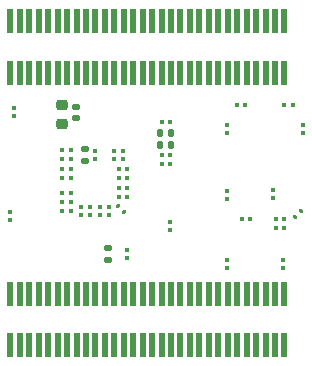
<source format=gbr>
%TF.GenerationSoftware,KiCad,Pcbnew,9.0.6-r1*%
%TF.CreationDate,2025-12-20T23:12:14+08:00*%
%TF.ProjectId,H750XB_V2,48373530-5842-45f5-9632-2e6b69636164,rev?*%
%TF.SameCoordinates,Original*%
%TF.FileFunction,Paste,Bot*%
%TF.FilePolarity,Positive*%
%FSLAX46Y46*%
G04 Gerber Fmt 4.6, Leading zero omitted, Abs format (unit mm)*
G04 Created by KiCad (PCBNEW 9.0.6-r1) date 2025-12-20 23:12:14*
%MOMM*%
%LPD*%
G01*
G04 APERTURE LIST*
G04 Aperture macros list*
%AMRoundRect*
0 Rectangle with rounded corners*
0 $1 Rounding radius*
0 $2 $3 $4 $5 $6 $7 $8 $9 X,Y pos of 4 corners*
0 Add a 4 corners polygon primitive as box body*
4,1,4,$2,$3,$4,$5,$6,$7,$8,$9,$2,$3,0*
0 Add four circle primitives for the rounded corners*
1,1,$1+$1,$2,$3*
1,1,$1+$1,$4,$5*
1,1,$1+$1,$6,$7*
1,1,$1+$1,$8,$9*
0 Add four rect primitives between the rounded corners*
20,1,$1+$1,$2,$3,$4,$5,0*
20,1,$1+$1,$4,$5,$6,$7,0*
20,1,$1+$1,$6,$7,$8,$9,0*
20,1,$1+$1,$8,$9,$2,$3,0*%
G04 Aperture macros list end*
%ADD10RoundRect,0.135000X0.185000X-0.135000X0.185000X0.135000X-0.185000X0.135000X-0.185000X-0.135000X0*%
%ADD11RoundRect,0.079500X0.100500X-0.079500X0.100500X0.079500X-0.100500X0.079500X-0.100500X-0.079500X0*%
%ADD12RoundRect,0.079500X-0.100500X0.079500X-0.100500X-0.079500X0.100500X-0.079500X0.100500X0.079500X0*%
%ADD13RoundRect,0.079500X0.079500X0.100500X-0.079500X0.100500X-0.079500X-0.100500X0.079500X-0.100500X0*%
%ADD14RoundRect,0.225000X-0.250000X0.225000X-0.250000X-0.225000X0.250000X-0.225000X0.250000X0.225000X0*%
%ADD15RoundRect,0.079500X-0.079500X-0.100500X0.079500X-0.100500X0.079500X0.100500X-0.079500X0.100500X0*%
%ADD16RoundRect,0.079500X-0.014849X0.127279X-0.127279X0.014849X0.014849X-0.127279X0.127279X-0.014849X0*%
%ADD17RoundRect,0.079500X0.127279X0.014849X0.014849X0.127279X-0.127279X-0.014849X-0.014849X-0.127279X0*%
%ADD18RoundRect,0.140000X0.140000X0.170000X-0.140000X0.170000X-0.140000X-0.170000X0.140000X-0.170000X0*%
%ADD19RoundRect,0.140000X-0.170000X0.140000X-0.170000X-0.140000X0.170000X-0.140000X0.170000X0.140000X0*%
%ADD20RoundRect,0.140000X0.170000X-0.140000X0.170000X0.140000X-0.170000X0.140000X-0.170000X-0.140000X0*%
%ADD21R,0.500000X2.000000*%
G04 APERTURE END LIST*
D10*
%TO.C,R1*%
X9748800Y16890000D03*
X9748800Y17910000D03*
%TD*%
D11*
%TO.C,C64*%
X21748800Y7810000D03*
X21748800Y8500000D03*
%TD*%
D12*
%TO.C,C61*%
X3698800Y21345000D03*
X3698800Y20655000D03*
%TD*%
D13*
%TO.C,C59*%
X16893800Y20200000D03*
X16203800Y20200000D03*
%TD*%
D11*
%TO.C,C62*%
X26448800Y7835000D03*
X26448800Y8525000D03*
%TD*%
%TO.C,C58*%
X13298800Y8655000D03*
X13298800Y9345000D03*
%TD*%
D14*
%TO.C,C60*%
X7748800Y21575000D03*
X7748800Y20025000D03*
%TD*%
D12*
%TO.C,C52*%
X28148800Y19945000D03*
X28148800Y19255000D03*
%TD*%
D15*
%TO.C,C51*%
X22603800Y21600000D03*
X23293800Y21600000D03*
%TD*%
D16*
%TO.C,C50*%
X27992752Y12643952D03*
X27504848Y12156048D03*
%TD*%
D13*
%TO.C,C39*%
X26548800Y11200000D03*
X25858800Y11200000D03*
%TD*%
%TO.C,C44*%
X26548800Y12000000D03*
X25858800Y12000000D03*
%TD*%
D15*
%TO.C,C48*%
X22969800Y12000000D03*
X23659800Y12000000D03*
%TD*%
D11*
%TO.C,C43*%
X21748800Y19255000D03*
X21748800Y19945000D03*
%TD*%
D12*
%TO.C,C42*%
X25648800Y14425000D03*
X25648800Y13735000D03*
%TD*%
%TO.C,C45*%
X21748800Y14345000D03*
X21748800Y13655000D03*
%TD*%
D17*
%TO.C,C34*%
X12992752Y12556048D03*
X12504848Y13043952D03*
%TD*%
D13*
%TO.C,C30*%
X13293800Y16200000D03*
X12603800Y16200000D03*
%TD*%
D12*
%TO.C,C31*%
X12948800Y17745000D03*
X12948800Y17055000D03*
%TD*%
D11*
%TO.C,C35*%
X10948800Y12255000D03*
X10948800Y12945000D03*
%TD*%
D13*
%TO.C,C28*%
X13293800Y14600000D03*
X12603800Y14600000D03*
%TD*%
D15*
%TO.C,C37*%
X26603800Y21600000D03*
X27293800Y21600000D03*
%TD*%
%TO.C,C33*%
X7803800Y14200000D03*
X8493800Y14200000D03*
%TD*%
%TO.C,C32*%
X7803800Y16200000D03*
X8493800Y16200000D03*
%TD*%
D13*
%TO.C,C29*%
X13293800Y13800000D03*
X12603800Y13800000D03*
%TD*%
D15*
%TO.C,C24*%
X7803800Y15400000D03*
X8493800Y15400000D03*
%TD*%
D12*
%TO.C,C22*%
X10548800Y17745000D03*
X10548800Y17055000D03*
%TD*%
D15*
%TO.C,C18*%
X7803800Y12600000D03*
X8493800Y12600000D03*
%TD*%
D11*
%TO.C,C16*%
X11748800Y12255000D03*
X11748800Y12945000D03*
%TD*%
D18*
%TO.C,C14*%
X17028800Y18200000D03*
X16068800Y18200000D03*
%TD*%
D13*
%TO.C,C21*%
X13293800Y15400000D03*
X12603800Y15400000D03*
%TD*%
D11*
%TO.C,C27*%
X10148800Y12255000D03*
X10148800Y12945000D03*
%TD*%
%TO.C,C26*%
X9348800Y12255000D03*
X9348800Y12945000D03*
%TD*%
D15*
%TO.C,C25*%
X7803800Y13400000D03*
X8493800Y13400000D03*
%TD*%
D11*
%TO.C,C23*%
X16948800Y11055000D03*
X16948800Y11745000D03*
%TD*%
D12*
%TO.C,C20*%
X12148800Y17745000D03*
X12148800Y17055000D03*
%TD*%
D15*
%TO.C,C17*%
X7803800Y17800000D03*
X8493800Y17800000D03*
%TD*%
%TO.C,C15*%
X7803800Y17000000D03*
X8493800Y17000000D03*
%TD*%
D13*
%TO.C,C12*%
X16893800Y17400000D03*
X16203800Y17400000D03*
%TD*%
%TO.C,C10*%
X16893800Y16600000D03*
X16203800Y16600000D03*
%TD*%
D19*
%TO.C,C3*%
X8948800Y21480000D03*
X8948800Y20520000D03*
%TD*%
D12*
%TO.C,C11*%
X3348800Y12545000D03*
X3348800Y11855000D03*
%TD*%
D20*
%TO.C,C9*%
X11698800Y8520000D03*
X11698800Y9480000D03*
%TD*%
D18*
%TO.C,C6*%
X17028800Y19200000D03*
X16068800Y19200000D03*
%TD*%
D21*
%TO.C,CN1*%
X26600000Y28750000D03*
X26600000Y24350000D03*
X25800000Y28750000D03*
X25800000Y24350000D03*
X25000000Y28750000D03*
X25000000Y24350000D03*
X24200000Y28750000D03*
X24200000Y24350000D03*
X23400000Y28750000D03*
X23400000Y24350000D03*
X22600000Y28750000D03*
X22600000Y24350000D03*
X21800000Y28750000D03*
X21800000Y24350000D03*
X21000000Y28750000D03*
X21000000Y24350000D03*
X20200000Y28750000D03*
X20200000Y24350000D03*
X19400000Y28750000D03*
X19400000Y24350000D03*
X18600000Y28750000D03*
X18600000Y24350000D03*
X17800000Y28750000D03*
X17800000Y24350000D03*
X17000000Y28750000D03*
X17000000Y24350000D03*
X16200000Y28750000D03*
X16200000Y24350000D03*
X15400000Y28750000D03*
X15400000Y24350000D03*
X14600000Y28750000D03*
X14600000Y24350000D03*
X13800000Y28750000D03*
X13800000Y24350000D03*
X13000000Y28750000D03*
X13000000Y24350000D03*
X12200000Y28750000D03*
X12200000Y24350000D03*
X11400000Y28750000D03*
X11400000Y24350000D03*
X10600000Y28750000D03*
X10600000Y24350000D03*
X9800000Y28750000D03*
X9800000Y24350000D03*
X9000000Y28750000D03*
X9000000Y24350000D03*
X8200000Y28750000D03*
X8200000Y24350000D03*
X7400000Y28750000D03*
X7400000Y24350000D03*
X6600000Y28750000D03*
X6600000Y24350000D03*
X5800000Y28750000D03*
X5800000Y24350000D03*
X5000000Y28750000D03*
X5000000Y24350000D03*
X4200000Y28750000D03*
X4200000Y24350000D03*
X3400000Y28750000D03*
X3400000Y24350000D03*
%TD*%
%TO.C,CN3*%
X26600000Y5650000D03*
X26600000Y1250000D03*
X25800000Y5650000D03*
X25800000Y1250000D03*
X25000000Y5650000D03*
X25000000Y1250000D03*
X24200000Y5650000D03*
X24200000Y1250000D03*
X23400000Y5650000D03*
X23400000Y1250000D03*
X22600000Y5650000D03*
X22600000Y1250000D03*
X21800000Y5650000D03*
X21800000Y1250000D03*
X21000000Y5650000D03*
X21000000Y1250000D03*
X20200000Y5650000D03*
X20200000Y1250000D03*
X19400000Y5650000D03*
X19400000Y1250000D03*
X18600000Y5650000D03*
X18600000Y1250000D03*
X17800000Y5650000D03*
X17800000Y1250000D03*
X17000000Y5650000D03*
X17000000Y1250000D03*
X16200000Y5650000D03*
X16200000Y1250000D03*
X15400000Y5650000D03*
X15400000Y1250000D03*
X14600000Y5650000D03*
X14600000Y1250000D03*
X13800000Y5650000D03*
X13800000Y1250000D03*
X13000000Y5650000D03*
X13000000Y1250000D03*
X12200000Y5650000D03*
X12200000Y1250000D03*
X11400000Y5650000D03*
X11400000Y1250000D03*
X10600000Y5650000D03*
X10600000Y1250000D03*
X9800000Y5650000D03*
X9800000Y1250000D03*
X9000000Y5650000D03*
X9000000Y1250000D03*
X8200000Y5650000D03*
X8200000Y1250000D03*
X7400000Y5650000D03*
X7400000Y1250000D03*
X6600000Y5650000D03*
X6600000Y1250000D03*
X5800000Y5650000D03*
X5800000Y1250000D03*
X5000000Y5650000D03*
X5000000Y1250000D03*
X4200000Y5650000D03*
X4200000Y1250000D03*
X3400000Y5650000D03*
X3400000Y1250000D03*
%TD*%
M02*

</source>
